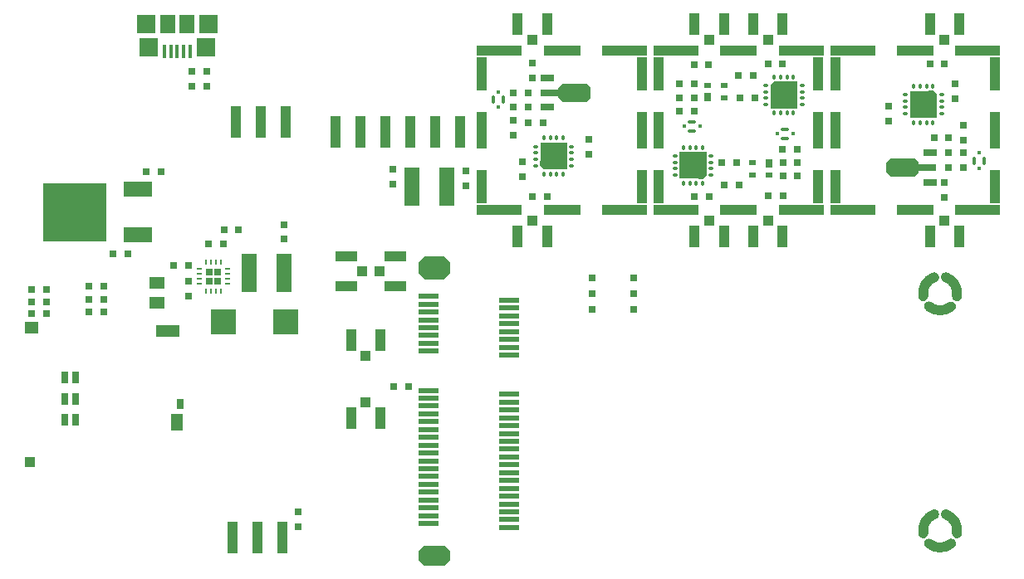
<source format=gtp>
G04*
G04 #@! TF.GenerationSoftware,Altium Limited,Altium Designer,18.1.6 (161)*
G04*
G04 Layer_Color=8421504*
%FSLAX24Y24*%
%MOIN*%
G70*
G01*
G75*
%ADD18C,0.0394*%
%ADD19R,0.0276X0.0276*%
%ADD20R,0.0276X0.0276*%
%ADD21R,0.0394X0.1319*%
%ADD22R,0.0315X0.0315*%
%ADD23O,0.0217X0.0098*%
%ADD24O,0.0098X0.0217*%
%ADD25R,0.0600X0.0500*%
%ADD26R,0.0591X0.1575*%
%ADD27R,0.0315X0.0315*%
%ADD28R,0.1063X0.0787*%
%ADD29R,0.0787X0.1063*%
%ADD30O,0.0236X0.0138*%
%ADD31O,0.0138X0.0236*%
%ADD32P,0.0490X8X22.5*%
%ADD33R,0.0157X0.0551*%
%ADD34R,0.0787X0.0197*%
%ADD35R,0.0394X0.1260*%
%ADD36R,0.1181X0.0630*%
%ADD37R,0.2559X0.2362*%
%ADD38R,0.0866X0.0433*%
%ADD39R,0.0413X0.0394*%
%ADD40R,0.0591X0.0748*%
%ADD41R,0.0748X0.0748*%
%ADD42P,0.0490X8X292.5*%
%ADD43R,0.1496X0.0394*%
%ADD44R,0.1791X0.0394*%
%ADD45R,0.0394X0.1496*%
%ADD46R,0.0315X0.0276*%
%ADD47R,0.0315X0.0472*%
%ADD48R,0.0551X0.0472*%
%ADD49R,0.0925X0.0472*%
%ADD50R,0.0256X0.0394*%
%ADD51R,0.0433X0.0394*%
%ADD52R,0.0512X0.0689*%
%ADD53R,0.0433X0.0866*%
%ADD54R,0.0394X0.0413*%
%ADD55R,0.1024X0.1024*%
%ADD56R,0.0531X0.0276*%
%ADD57R,0.0748X0.0276*%
G04:AMPARAMS|DCode=58|XSize=74.8mil|YSize=129.9mil|CornerRadius=0mil|HoleSize=0mil|Usage=FLASHONLY|Rotation=90.000|XOffset=0mil|YOffset=0mil|HoleType=Round|Shape=Octagon|*
%AMOCTAGOND58*
4,1,8,-0.0650,-0.0187,-0.0650,0.0187,-0.0463,0.0374,0.0463,0.0374,0.0650,0.0187,0.0650,-0.0187,0.0463,-0.0374,-0.0463,-0.0374,-0.0650,-0.0187,0.0*
%
%ADD58OCTAGOND58*%

%ADD59R,0.0315X0.0236*%
%ADD60R,0.0315X0.0354*%
G04:AMPARAMS|DCode=61|XSize=31.5mil|YSize=15.7mil|CornerRadius=3.9mil|HoleSize=0mil|Usage=FLASHONLY|Rotation=270.000|XOffset=0mil|YOffset=0mil|HoleType=Round|Shape=RoundedRectangle|*
%AMROUNDEDRECTD61*
21,1,0.0315,0.0079,0,0,270.0*
21,1,0.0236,0.0157,0,0,270.0*
1,1,0.0079,-0.0039,-0.0118*
1,1,0.0079,-0.0039,0.0118*
1,1,0.0079,0.0039,0.0118*
1,1,0.0079,0.0039,-0.0118*
%
%ADD61ROUNDEDRECTD61*%
G04:AMPARAMS|DCode=62|XSize=15.7mil|YSize=15.7mil|CornerRadius=3.9mil|HoleSize=0mil|Usage=FLASHONLY|Rotation=90.000|XOffset=0mil|YOffset=0mil|HoleType=Round|Shape=RoundedRectangle|*
%AMROUNDEDRECTD62*
21,1,0.0157,0.0079,0,0,90.0*
21,1,0.0079,0.0157,0,0,90.0*
1,1,0.0079,0.0039,0.0039*
1,1,0.0079,0.0039,-0.0039*
1,1,0.0079,-0.0039,-0.0039*
1,1,0.0079,-0.0039,0.0039*
%
%ADD62ROUNDEDRECTD62*%
G04:AMPARAMS|DCode=63|XSize=31.5mil|YSize=15.7mil|CornerRadius=3.9mil|HoleSize=0mil|Usage=FLASHONLY|Rotation=0.000|XOffset=0mil|YOffset=0mil|HoleType=Round|Shape=RoundedRectangle|*
%AMROUNDEDRECTD63*
21,1,0.0315,0.0079,0,0,0.0*
21,1,0.0236,0.0157,0,0,0.0*
1,1,0.0079,0.0118,-0.0039*
1,1,0.0079,-0.0118,-0.0039*
1,1,0.0079,-0.0118,0.0039*
1,1,0.0079,0.0118,0.0039*
%
%ADD63ROUNDEDRECTD63*%
G04:AMPARAMS|DCode=64|XSize=15.7mil|YSize=15.7mil|CornerRadius=3.9mil|HoleSize=0mil|Usage=FLASHONLY|Rotation=180.000|XOffset=0mil|YOffset=0mil|HoleType=Round|Shape=RoundedRectangle|*
%AMROUNDEDRECTD64*
21,1,0.0157,0.0079,0,0,180.0*
21,1,0.0079,0.0157,0,0,180.0*
1,1,0.0079,-0.0039,0.0039*
1,1,0.0079,0.0039,0.0039*
1,1,0.0079,0.0039,-0.0039*
1,1,0.0079,-0.0039,-0.0039*
%
%ADD64ROUNDEDRECTD64*%
G04:AMPARAMS|DCode=65|XSize=90.6mil|YSize=126mil|CornerRadius=0mil|HoleSize=0mil|Usage=FLASHONLY|Rotation=270.000|XOffset=0mil|YOffset=0mil|HoleType=Round|Shape=Octagon|*
%AMOCTAGOND65*
4,1,8,0.0630,0.0226,0.0630,-0.0226,0.0404,-0.0453,-0.0404,-0.0453,-0.0630,-0.0226,-0.0630,0.0226,-0.0404,0.0453,0.0404,0.0453,0.0630,0.0226,0.0*
%
%ADD65OCTAGOND65*%

G04:AMPARAMS|DCode=66|XSize=78.7mil|YSize=126mil|CornerRadius=0mil|HoleSize=0mil|Usage=FLASHONLY|Rotation=270.000|XOffset=0mil|YOffset=0mil|HoleType=Round|Shape=Octagon|*
%AMOCTAGOND66*
4,1,8,0.0630,0.0197,0.0630,-0.0197,0.0433,-0.0394,-0.0433,-0.0394,-0.0630,-0.0197,-0.0630,0.0197,-0.0433,0.0394,0.0433,0.0394,0.0630,0.0197,0.0*
%
%ADD66OCTAGOND66*%

G54D18*
X49320Y27735D02*
G03*
X48877Y28502I-679J120D01*
G01*
X48406D02*
G03*
X47963Y27735I236J-647D01*
G01*
X48199Y27327D02*
G03*
X49085Y27327I443J528D01*
G01*
X49320Y18207D02*
G03*
X48877Y18974I-679J120D01*
G01*
X48406D02*
G03*
X47963Y18207I236J-647D01*
G01*
X48199Y17799D02*
G03*
X49085Y17799I443J528D01*
G01*
G54D19*
X19656Y28356D02*
D03*
X19301Y28711D02*
D03*
G54D20*
X19656Y28711D02*
D03*
X19301Y28356D02*
D03*
G54D21*
X30256Y36683D02*
D03*
X30256Y32136D02*
D03*
X36673D02*
D03*
X36673Y36683D02*
D03*
X44429Y36683D02*
D03*
X44429Y32136D02*
D03*
X50846D02*
D03*
X50846Y36683D02*
D03*
X37343Y36683D02*
D03*
X37343Y32136D02*
D03*
X43760D02*
D03*
X43760Y36683D02*
D03*
G54D22*
X18465Y27746D02*
D03*
Y28337D02*
D03*
X22874Y19075D02*
D03*
Y18484D02*
D03*
X26673Y32835D02*
D03*
Y32244D02*
D03*
X34528Y33455D02*
D03*
Y34045D02*
D03*
X46585Y35364D02*
D03*
Y34774D02*
D03*
X22323Y30620D02*
D03*
Y30030D02*
D03*
X29615Y32781D02*
D03*
Y32190D02*
D03*
X48819Y32303D02*
D03*
Y31713D02*
D03*
X32283Y36516D02*
D03*
Y37106D02*
D03*
X49587Y34596D02*
D03*
Y34006D02*
D03*
X31516Y34222D02*
D03*
Y34813D02*
D03*
X49232Y35689D02*
D03*
Y36280D02*
D03*
X31870Y33130D02*
D03*
Y32539D02*
D03*
G54D23*
X20059Y28238D02*
D03*
Y28435D02*
D03*
Y28632D02*
D03*
Y28829D02*
D03*
X18898D02*
D03*
Y28632D02*
D03*
Y28435D02*
D03*
Y28238D02*
D03*
G54D24*
X19774Y29114D02*
D03*
X19577D02*
D03*
X19380D02*
D03*
X19183D02*
D03*
Y27953D02*
D03*
X19380D02*
D03*
X19577D02*
D03*
X19774D02*
D03*
G54D25*
X17205Y28258D02*
D03*
Y27465D02*
D03*
G54D26*
X28848Y32146D02*
D03*
X27431D02*
D03*
X22323Y28681D02*
D03*
X20906D02*
D03*
G54D27*
X18622Y36171D02*
D03*
X19213D02*
D03*
X16793Y32756D02*
D03*
X17383D02*
D03*
X15453Y29449D02*
D03*
X16043D02*
D03*
X27303Y24094D02*
D03*
X26713D02*
D03*
X12185Y27992D02*
D03*
X12776D02*
D03*
Y27520D02*
D03*
X12185D02*
D03*
X12776Y27047D02*
D03*
X12185D02*
D03*
X32874Y31752D02*
D03*
X32283D02*
D03*
X39970Y32224D02*
D03*
X40561D02*
D03*
X38780Y31752D02*
D03*
X39370D02*
D03*
X48228Y37067D02*
D03*
X48819D02*
D03*
X41132Y36594D02*
D03*
X40541D02*
D03*
X42323Y37067D02*
D03*
X41732D02*
D03*
X38179Y36260D02*
D03*
X38770D02*
D03*
X42923Y32559D02*
D03*
X42333D02*
D03*
X49582Y33494D02*
D03*
X48991D02*
D03*
X31521Y35325D02*
D03*
X32111D02*
D03*
X20490Y30404D02*
D03*
X19900D02*
D03*
X19291Y29852D02*
D03*
X19882D02*
D03*
X18612Y36791D02*
D03*
X19203D02*
D03*
X18475Y28986D02*
D03*
X17885D02*
D03*
X15069Y27096D02*
D03*
X14478D02*
D03*
X15069Y27614D02*
D03*
X14478D02*
D03*
X15069Y28139D02*
D03*
X14478D02*
D03*
X38770Y37028D02*
D03*
X39360D02*
D03*
X42333Y31791D02*
D03*
X41742D02*
D03*
X38780Y35172D02*
D03*
X38189D02*
D03*
X42323Y33647D02*
D03*
X42913D02*
D03*
X38770Y35709D02*
D03*
X38179D02*
D03*
X42333Y33110D02*
D03*
X42923D02*
D03*
X48986Y32913D02*
D03*
X49577D02*
D03*
X32116Y35906D02*
D03*
X31526D02*
D03*
X48401Y34104D02*
D03*
X48991D02*
D03*
X32702Y34715D02*
D03*
X32111D02*
D03*
X41211Y35707D02*
D03*
X40620D02*
D03*
X39892Y33112D02*
D03*
X40482D02*
D03*
G54D28*
X42372Y35689D02*
D03*
X38730Y33130D02*
D03*
X47972Y35315D02*
D03*
X33130Y33504D02*
D03*
G54D29*
X42510Y35827D02*
D03*
X38593Y32992D02*
D03*
X47835Y35453D02*
D03*
X33268Y33366D02*
D03*
G54D30*
X41644Y36211D02*
D03*
Y35955D02*
D03*
Y35699D02*
D03*
Y35443D02*
D03*
X43100D02*
D03*
Y35699D02*
D03*
Y35955D02*
D03*
Y36211D02*
D03*
X38002Y32608D02*
D03*
Y32864D02*
D03*
Y33120D02*
D03*
Y33376D02*
D03*
X39459D02*
D03*
Y33120D02*
D03*
Y32864D02*
D03*
Y32608D02*
D03*
X48701Y35837D02*
D03*
Y35581D02*
D03*
Y35325D02*
D03*
Y35069D02*
D03*
X47244D02*
D03*
Y35325D02*
D03*
Y35581D02*
D03*
Y35837D02*
D03*
X32402Y32982D02*
D03*
Y33238D02*
D03*
Y33494D02*
D03*
Y33750D02*
D03*
X33858D02*
D03*
Y33494D02*
D03*
Y33238D02*
D03*
Y32982D02*
D03*
G54D31*
X41988Y35098D02*
D03*
X42244D02*
D03*
X42500D02*
D03*
X42756D02*
D03*
Y36555D02*
D03*
X42500D02*
D03*
X42244D02*
D03*
X41988D02*
D03*
X39114Y32264D02*
D03*
X38858D02*
D03*
X38602D02*
D03*
X38346D02*
D03*
Y33720D02*
D03*
X38602D02*
D03*
X38858D02*
D03*
X39114D02*
D03*
X48356Y34724D02*
D03*
X48100D02*
D03*
X47844D02*
D03*
X47589D02*
D03*
Y36181D02*
D03*
X47844D02*
D03*
X48100D02*
D03*
X48356D02*
D03*
X32746Y34094D02*
D03*
X33002D02*
D03*
X33258D02*
D03*
X33514D02*
D03*
Y32638D02*
D03*
X33258D02*
D03*
X33002D02*
D03*
X32746D02*
D03*
G54D32*
X42067Y36132D02*
D03*
X39035Y32687D02*
D03*
G54D33*
X18022Y37569D02*
D03*
X18278D02*
D03*
X18533D02*
D03*
X17766D02*
D03*
X17510D02*
D03*
G54D34*
X28110Y21437D02*
D03*
Y21752D02*
D03*
Y18917D02*
D03*
Y19232D02*
D03*
Y20177D02*
D03*
Y20492D02*
D03*
Y23957D02*
D03*
Y23642D02*
D03*
Y23327D02*
D03*
Y23012D02*
D03*
Y22697D02*
D03*
Y22382D02*
D03*
Y22067D02*
D03*
Y21122D02*
D03*
Y20807D02*
D03*
Y19862D02*
D03*
Y19547D02*
D03*
Y18602D02*
D03*
X31339Y18445D02*
D03*
Y18760D02*
D03*
Y19075D02*
D03*
Y19390D02*
D03*
Y19705D02*
D03*
Y20020D02*
D03*
Y20335D02*
D03*
Y20650D02*
D03*
Y20965D02*
D03*
Y21280D02*
D03*
Y21594D02*
D03*
Y21909D02*
D03*
Y22224D02*
D03*
Y22539D02*
D03*
Y22854D02*
D03*
Y23169D02*
D03*
Y23484D02*
D03*
Y23799D02*
D03*
Y25374D02*
D03*
Y25689D02*
D03*
Y26004D02*
D03*
Y26319D02*
D03*
Y26634D02*
D03*
Y26949D02*
D03*
Y27264D02*
D03*
Y27579D02*
D03*
X28110Y27736D02*
D03*
Y27421D02*
D03*
Y27106D02*
D03*
Y26791D02*
D03*
Y26476D02*
D03*
Y26161D02*
D03*
Y25846D02*
D03*
Y25531D02*
D03*
G54D35*
X20260Y18025D02*
D03*
X21260D02*
D03*
X22260D02*
D03*
X24390Y34341D02*
D03*
X25390D02*
D03*
X26390D02*
D03*
X28390D02*
D03*
X27390D02*
D03*
X29390D02*
D03*
X22378Y34754D02*
D03*
X21378D02*
D03*
X20378D02*
D03*
G54D36*
X16457Y32028D02*
D03*
Y30217D02*
D03*
G54D37*
X13898Y31122D02*
D03*
G54D38*
X26772Y29331D02*
D03*
Y28150D02*
D03*
X24803D02*
D03*
Y29331D02*
D03*
G54D39*
X26142Y28740D02*
D03*
X25433D02*
D03*
G54D40*
X18415Y38671D02*
D03*
X17628D02*
D03*
G54D41*
X19282D02*
D03*
X16762D02*
D03*
X16880Y37726D02*
D03*
X19163D02*
D03*
G54D42*
X48278Y35758D02*
D03*
X32825Y33061D02*
D03*
G54D43*
X33465Y31201D02*
D03*
Y37618D02*
D03*
X47638Y31201D02*
D03*
Y37618D02*
D03*
X40551Y31201D02*
D03*
Y37618D02*
D03*
G54D44*
X35974Y31201D02*
D03*
X30955D02*
D03*
Y37618D02*
D03*
X35974D02*
D03*
X50148Y31201D02*
D03*
X45128D02*
D03*
Y37618D02*
D03*
X50148D02*
D03*
X43061Y31201D02*
D03*
X38041D02*
D03*
Y37618D02*
D03*
X43061D02*
D03*
G54D45*
X30256Y34409D02*
D03*
X36673D02*
D03*
X44429Y34409D02*
D03*
X50846D02*
D03*
X37343Y34409D02*
D03*
X43760D02*
D03*
G54D46*
X36339Y28484D02*
D03*
Y27854D02*
D03*
Y27224D02*
D03*
X34685Y27854D02*
D03*
Y27224D02*
D03*
Y28484D02*
D03*
G54D47*
X13504Y24484D02*
D03*
Y22760D02*
D03*
X13937Y23622D02*
D03*
Y22760D02*
D03*
Y24484D02*
D03*
X13504Y23622D02*
D03*
G54D48*
X12165Y26484D02*
D03*
G54D49*
X17628Y26327D02*
D03*
G54D50*
X18140Y23413D02*
D03*
G54D51*
X12106Y21091D02*
D03*
G54D52*
X18012Y22677D02*
D03*
G54D53*
X25000Y25984D02*
D03*
X26181D02*
D03*
Y22835D02*
D03*
X25000D02*
D03*
X48228Y30157D02*
D03*
X49409D02*
D03*
X32874Y38661D02*
D03*
X31693D02*
D03*
X39961Y38661D02*
D03*
X38780D02*
D03*
X41142Y30157D02*
D03*
X42323D02*
D03*
X49409Y38661D02*
D03*
X48228D02*
D03*
X31693Y30157D02*
D03*
X32874D02*
D03*
X42323Y38661D02*
D03*
X41142D02*
D03*
X38780Y30157D02*
D03*
X39961D02*
D03*
G54D54*
X25591Y25354D02*
D03*
Y23465D02*
D03*
X48819Y30787D02*
D03*
X32283Y38031D02*
D03*
X39370Y38031D02*
D03*
X41732Y30787D02*
D03*
X48819Y38031D02*
D03*
X32283Y30787D02*
D03*
X41732Y38031D02*
D03*
X39370Y30787D02*
D03*
G54D55*
X22382Y26713D02*
D03*
X19862D02*
D03*
G54D56*
X48233Y33494D02*
D03*
Y32313D02*
D03*
X32869Y35325D02*
D03*
Y36506D02*
D03*
G54D57*
X48125Y32904D02*
D03*
X32977Y35915D02*
D03*
G54D58*
X47141Y32904D02*
D03*
X33962Y35915D02*
D03*
G54D59*
X39980Y36220D02*
D03*
Y35709D02*
D03*
X39311Y36220D02*
D03*
X41122Y32598D02*
D03*
Y33110D02*
D03*
X41791Y32598D02*
D03*
G54D60*
X39311Y35748D02*
D03*
X41791Y33071D02*
D03*
G54D61*
X50394Y33179D02*
D03*
X50000D02*
D03*
X30709Y35640D02*
D03*
X31102D02*
D03*
G54D62*
X50197Y32864D02*
D03*
Y33494D02*
D03*
X30906Y35955D02*
D03*
Y35325D02*
D03*
G54D63*
X38686Y34756D02*
D03*
Y34363D02*
D03*
X42416Y34062D02*
D03*
Y34456D02*
D03*
G54D64*
X39001Y34560D02*
D03*
X38371D02*
D03*
X42101Y34259D02*
D03*
X42731D02*
D03*
G54D65*
X28346Y28858D02*
D03*
G54D66*
Y17323D02*
D03*
M02*

</source>
